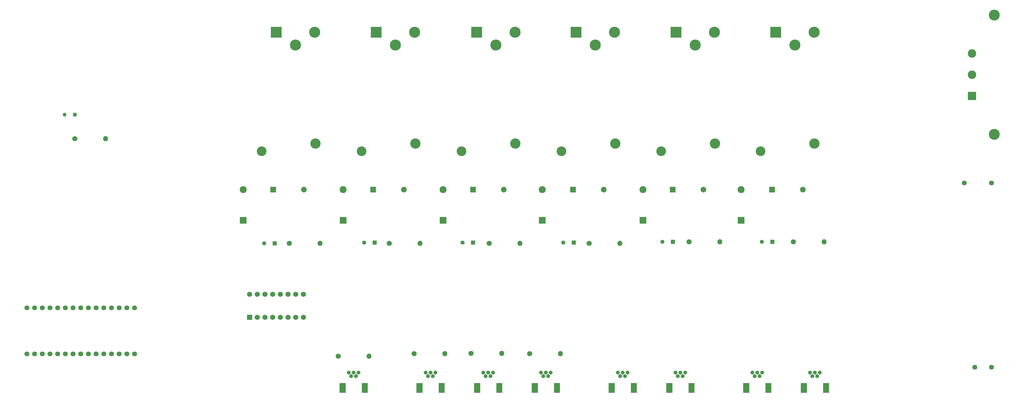
<source format=gts>
G04 #@! TF.GenerationSoftware,KiCad,Pcbnew,5.1.5-52549c5~84~ubuntu18.04.1*
G04 #@! TF.CreationDate,2020-03-01T20:40:58-05:00*
G04 #@! TF.ProjectId,cropdroid-room,63726f70-6472-46f6-9964-2d726f6f6d2e,v0.4a*
G04 #@! TF.SameCoordinates,Original*
G04 #@! TF.FileFunction,Soldermask,Top*
G04 #@! TF.FilePolarity,Negative*
%FSLAX46Y46*%
G04 Gerber Fmt 4.6, Leading zero omitted, Abs format (unit mm)*
G04 Created by KiCad (PCBNEW 5.1.5-52549c5~84~ubuntu18.04.1) date 2020-03-01 20:40:58*
%MOMM*%
%LPD*%
G04 APERTURE LIST*
%ADD10C,0.010000*%
%ADD11C,0.801600*%
%ADD12C,1.309600*%
%ADD13C,1.701600*%
%ADD14R,1.701600X1.701600*%
%ADD15O,1.701600X1.701600*%
%ADD16C,3.657600*%
%ADD17R,3.657600X3.657600*%
%ADD18O,2.301600X2.301600*%
%ADD19R,2.301600X2.301600*%
%ADD20C,3.391600*%
%ADD21C,3.191600*%
%ADD22R,1.861600X1.861600*%
%ADD23C,1.861600*%
%ADD24C,3.601600*%
%ADD25R,2.801600X2.801600*%
%ADD26C,2.801600*%
%ADD27C,1.625600*%
%ADD28C,1.631600*%
%ADD29C,1.259600*%
%ADD30R,1.259600X1.259600*%
%ADD31C,1.331600*%
%ADD32R,1.331600X1.331600*%
G04 APERTURE END LIST*
D10*
G36*
X182400000Y-174266600D02*
G01*
X182400000Y-177368800D01*
X180503830Y-177368800D01*
X180503830Y-174266600D01*
X182400000Y-174266600D01*
G37*
X182400000Y-174266600D02*
X182400000Y-177368800D01*
X180503830Y-177368800D01*
X180503830Y-174266600D01*
X182400000Y-174266600D01*
G36*
X175100000Y-174267610D02*
G01*
X175100000Y-177368800D01*
X173196480Y-177368800D01*
X173196480Y-174267610D01*
X175100000Y-174267610D01*
G37*
X175100000Y-174267610D02*
X175100000Y-177368800D01*
X173196480Y-177368800D01*
X173196480Y-174267610D01*
X175100000Y-174267610D01*
G36*
X175100000Y-174265850D02*
G01*
X175100000Y-177368800D01*
X173191240Y-177368800D01*
X173191240Y-174265850D01*
X175100000Y-174265850D01*
G37*
X175100000Y-174265850D02*
X175100000Y-177368800D01*
X173191240Y-177368800D01*
X173191240Y-174265850D01*
X175100000Y-174265850D01*
G36*
X207800000Y-174266600D02*
G01*
X207800000Y-177368800D01*
X205903830Y-177368800D01*
X205903830Y-174266600D01*
X207800000Y-174266600D01*
G37*
X207800000Y-174266600D02*
X207800000Y-177368800D01*
X205903830Y-177368800D01*
X205903830Y-174266600D01*
X207800000Y-174266600D01*
G36*
X200500000Y-174267610D02*
G01*
X200500000Y-177368800D01*
X198596480Y-177368800D01*
X198596480Y-174267610D01*
X200500000Y-174267610D01*
G37*
X200500000Y-174267610D02*
X200500000Y-177368800D01*
X198596480Y-177368800D01*
X198596480Y-174267610D01*
X200500000Y-174267610D01*
G36*
X200500000Y-174265850D02*
G01*
X200500000Y-177368800D01*
X198591240Y-177368800D01*
X198591240Y-174265850D01*
X200500000Y-174265850D01*
G37*
X200500000Y-174265850D02*
X200500000Y-177368800D01*
X198591240Y-177368800D01*
X198591240Y-174265850D01*
X200500000Y-174265850D01*
G36*
X271300000Y-174266600D02*
G01*
X271300000Y-177368800D01*
X269403830Y-177368800D01*
X269403830Y-174266600D01*
X271300000Y-174266600D01*
G37*
X271300000Y-174266600D02*
X271300000Y-177368800D01*
X269403830Y-177368800D01*
X269403830Y-174266600D01*
X271300000Y-174266600D01*
G36*
X264000000Y-174267610D02*
G01*
X264000000Y-177368800D01*
X262096480Y-177368800D01*
X262096480Y-174267610D01*
X264000000Y-174267610D01*
G37*
X264000000Y-174267610D02*
X264000000Y-177368800D01*
X262096480Y-177368800D01*
X262096480Y-174267610D01*
X264000000Y-174267610D01*
G36*
X264000000Y-174265850D02*
G01*
X264000000Y-177368800D01*
X262091240Y-177368800D01*
X262091240Y-174265850D01*
X264000000Y-174265850D01*
G37*
X264000000Y-174265850D02*
X264000000Y-177368800D01*
X262091240Y-177368800D01*
X262091240Y-174265850D01*
X264000000Y-174265850D01*
G36*
X334800000Y-174266600D02*
G01*
X334800000Y-177368800D01*
X332903830Y-177368800D01*
X332903830Y-174266600D01*
X334800000Y-174266600D01*
G37*
X334800000Y-174266600D02*
X334800000Y-177368800D01*
X332903830Y-177368800D01*
X332903830Y-174266600D01*
X334800000Y-174266600D01*
G36*
X327500000Y-174267610D02*
G01*
X327500000Y-177368800D01*
X325596480Y-177368800D01*
X325596480Y-174267610D01*
X327500000Y-174267610D01*
G37*
X327500000Y-174267610D02*
X327500000Y-177368800D01*
X325596480Y-177368800D01*
X325596480Y-174267610D01*
X327500000Y-174267610D01*
G36*
X327500000Y-174265850D02*
G01*
X327500000Y-177368800D01*
X325591240Y-177368800D01*
X325591240Y-174265850D01*
X327500000Y-174265850D01*
G37*
X327500000Y-174265850D02*
X327500000Y-177368800D01*
X325591240Y-177368800D01*
X325591240Y-174265850D01*
X327500000Y-174265850D01*
G36*
X226850000Y-174266600D02*
G01*
X226850000Y-177368800D01*
X224953830Y-177368800D01*
X224953830Y-174266600D01*
X226850000Y-174266600D01*
G37*
X226850000Y-174266600D02*
X226850000Y-177368800D01*
X224953830Y-177368800D01*
X224953830Y-174266600D01*
X226850000Y-174266600D01*
G36*
X219550000Y-174267610D02*
G01*
X219550000Y-177368800D01*
X217646480Y-177368800D01*
X217646480Y-174267610D01*
X219550000Y-174267610D01*
G37*
X219550000Y-174267610D02*
X219550000Y-177368800D01*
X217646480Y-177368800D01*
X217646480Y-174267610D01*
X219550000Y-174267610D01*
G36*
X219550000Y-174265850D02*
G01*
X219550000Y-177368800D01*
X217641240Y-177368800D01*
X217641240Y-174265850D01*
X219550000Y-174265850D01*
G37*
X219550000Y-174265850D02*
X219550000Y-177368800D01*
X217641240Y-177368800D01*
X217641240Y-174265850D01*
X219550000Y-174265850D01*
G36*
X290350000Y-174266600D02*
G01*
X290350000Y-177368800D01*
X288453830Y-177368800D01*
X288453830Y-174266600D01*
X290350000Y-174266600D01*
G37*
X290350000Y-174266600D02*
X290350000Y-177368800D01*
X288453830Y-177368800D01*
X288453830Y-174266600D01*
X290350000Y-174266600D01*
G36*
X283050000Y-174267610D02*
G01*
X283050000Y-177368800D01*
X281146480Y-177368800D01*
X281146480Y-174267610D01*
X283050000Y-174267610D01*
G37*
X283050000Y-174267610D02*
X283050000Y-177368800D01*
X281146480Y-177368800D01*
X281146480Y-174267610D01*
X283050000Y-174267610D01*
G36*
X283050000Y-174265850D02*
G01*
X283050000Y-177368800D01*
X281141240Y-177368800D01*
X281141240Y-174265850D01*
X283050000Y-174265850D01*
G37*
X283050000Y-174265850D02*
X283050000Y-177368800D01*
X281141240Y-177368800D01*
X281141240Y-174265850D01*
X283050000Y-174265850D01*
G36*
X245900000Y-174266600D02*
G01*
X245900000Y-177368800D01*
X244003830Y-177368800D01*
X244003830Y-174266600D01*
X245900000Y-174266600D01*
G37*
X245900000Y-174266600D02*
X245900000Y-177368800D01*
X244003830Y-177368800D01*
X244003830Y-174266600D01*
X245900000Y-174266600D01*
G36*
X238600000Y-174267610D02*
G01*
X238600000Y-177368800D01*
X236696480Y-177368800D01*
X236696480Y-174267610D01*
X238600000Y-174267610D01*
G37*
X238600000Y-174267610D02*
X238600000Y-177368800D01*
X236696480Y-177368800D01*
X236696480Y-174267610D01*
X238600000Y-174267610D01*
G36*
X238600000Y-174265850D02*
G01*
X238600000Y-177368800D01*
X236691240Y-177368800D01*
X236691240Y-174265850D01*
X238600000Y-174265850D01*
G37*
X238600000Y-174265850D02*
X238600000Y-177368800D01*
X236691240Y-177368800D01*
X236691240Y-174265850D01*
X238600000Y-174265850D01*
G36*
X315750000Y-174266600D02*
G01*
X315750000Y-177368800D01*
X313853830Y-177368800D01*
X313853830Y-174266600D01*
X315750000Y-174266600D01*
G37*
X315750000Y-174266600D02*
X315750000Y-177368800D01*
X313853830Y-177368800D01*
X313853830Y-174266600D01*
X315750000Y-174266600D01*
G36*
X308450000Y-174267610D02*
G01*
X308450000Y-177368800D01*
X306546480Y-177368800D01*
X306546480Y-174267610D01*
X308450000Y-174267610D01*
G37*
X308450000Y-174267610D02*
X308450000Y-177368800D01*
X306546480Y-177368800D01*
X306546480Y-174267610D01*
X308450000Y-174267610D01*
G36*
X308450000Y-174265850D02*
G01*
X308450000Y-177368800D01*
X306541240Y-177368800D01*
X306541240Y-174265850D01*
X308450000Y-174265850D01*
G37*
X308450000Y-174265850D02*
X308450000Y-177368800D01*
X306541240Y-177368800D01*
X306541240Y-174265850D01*
X308450000Y-174265850D01*
D11*
X174150000Y-175818800D03*
X181450000Y-175818800D03*
D12*
X176200000Y-170768800D03*
X178600000Y-171968800D03*
X177000000Y-171968800D03*
X179400000Y-170768800D03*
X177800000Y-170768800D03*
D11*
X199550000Y-175818800D03*
X206850000Y-175818800D03*
D12*
X201600000Y-170768800D03*
X204000000Y-171968800D03*
X202400000Y-171968800D03*
X204800000Y-170768800D03*
X203200000Y-170768800D03*
D11*
X263050000Y-175818800D03*
X270350000Y-175818800D03*
D12*
X265100000Y-170768800D03*
X267500000Y-171968800D03*
X265900000Y-171968800D03*
X268300000Y-170768800D03*
X266700000Y-170768800D03*
D11*
X326550000Y-175818800D03*
X333850000Y-175818800D03*
D12*
X328600000Y-170768800D03*
X331000000Y-171968800D03*
X329400000Y-171968800D03*
X331800000Y-170768800D03*
X330200000Y-170768800D03*
D11*
X218600000Y-175818800D03*
X225900000Y-175818800D03*
D12*
X220650000Y-170768800D03*
X223050000Y-171968800D03*
X221450000Y-171968800D03*
X223850000Y-170768800D03*
X222250000Y-170768800D03*
D11*
X282100000Y-175818800D03*
X289400000Y-175818800D03*
D12*
X284150000Y-170768800D03*
X286550000Y-171968800D03*
X284950000Y-171968800D03*
X287350000Y-170768800D03*
X285750000Y-170768800D03*
D11*
X237650000Y-175818800D03*
X244950000Y-175818800D03*
D12*
X239700000Y-170768800D03*
X242100000Y-171968800D03*
X240500000Y-171968800D03*
X242900000Y-170768800D03*
X241300000Y-170768800D03*
D11*
X307500000Y-175818800D03*
X314800000Y-175818800D03*
D12*
X309550000Y-170768800D03*
X311950000Y-171968800D03*
X310350000Y-171968800D03*
X312750000Y-170768800D03*
X311150000Y-170768800D03*
D13*
X161188400Y-144881600D03*
X161188400Y-152501600D03*
X143408400Y-144881600D03*
X145948400Y-144881600D03*
X148488400Y-144881600D03*
X151028400Y-144881600D03*
X153568400Y-144881600D03*
X156108400Y-144881600D03*
X158648400Y-144881600D03*
X158648400Y-152501600D03*
X156108400Y-152501600D03*
X153568400Y-152501600D03*
X151028400Y-152501600D03*
X148488400Y-152501600D03*
X145948400Y-152501600D03*
D14*
X143408400Y-152501600D03*
D15*
X246176800Y-164515800D03*
D13*
X236016800Y-164515800D03*
D15*
X182880000Y-165404800D03*
D13*
X172720000Y-165404800D03*
D16*
X158623000Y-62412000D03*
X164973000Y-58222000D03*
D17*
X152273000Y-58222000D03*
D18*
X174371000Y-110236000D03*
D19*
X174371000Y-120396000D03*
D20*
X297180000Y-94996000D03*
D21*
X279400000Y-97536000D03*
D22*
X283210000Y-110236000D03*
D23*
X293370000Y-110236000D03*
D16*
X191643000Y-62412000D03*
X197993000Y-58222000D03*
D17*
X185293000Y-58222000D03*
D24*
X389443000Y-91998000D03*
X389443000Y-52498000D03*
D25*
X382143000Y-79248000D03*
D26*
X382143000Y-72248000D03*
X382143000Y-65248000D03*
D27*
X383076000Y-169063800D03*
X388576000Y-169063800D03*
X379576000Y-108063800D03*
X388576000Y-108063800D03*
D16*
X290703000Y-62412000D03*
X297053000Y-58222000D03*
D17*
X284353000Y-58222000D03*
D16*
X257683000Y-62412000D03*
X264033000Y-58222000D03*
D17*
X251333000Y-58222000D03*
D16*
X224790000Y-62412000D03*
X231140000Y-58222000D03*
D17*
X218440000Y-58222000D03*
D20*
X264287000Y-94996000D03*
D21*
X246507000Y-97536000D03*
D22*
X250317000Y-110236000D03*
D23*
X260477000Y-110236000D03*
D28*
X69850000Y-164592000D03*
X72390000Y-164592000D03*
X74930000Y-164592000D03*
X77470000Y-164592000D03*
X80010000Y-164592000D03*
X82550000Y-164592000D03*
X85090000Y-164592000D03*
X87630000Y-164592000D03*
X90170000Y-164592000D03*
X92710000Y-164592000D03*
X95250000Y-164592000D03*
X97790000Y-164592000D03*
X100330000Y-164592000D03*
X102870000Y-164592000D03*
X105410000Y-164592000D03*
X105410000Y-149352000D03*
X102870000Y-149352000D03*
X100330000Y-149352000D03*
X97790000Y-149352000D03*
X95250000Y-149352000D03*
X92710000Y-149352000D03*
X90170000Y-149352000D03*
X87630000Y-149352000D03*
X85090000Y-149352000D03*
X82550000Y-149352000D03*
X80010000Y-149352000D03*
X77470000Y-149352000D03*
X74930000Y-149352000D03*
X72390000Y-149352000D03*
X69850000Y-149352000D03*
D15*
X226796600Y-164414200D03*
D13*
X216636600Y-164414200D03*
D15*
X208000600Y-164566600D03*
D13*
X197840600Y-164566600D03*
D15*
X298831000Y-127508000D03*
D13*
X288671000Y-127508000D03*
D15*
X265811000Y-128016000D03*
D13*
X255651000Y-128016000D03*
D15*
X232791000Y-128016000D03*
D13*
X222631000Y-128016000D03*
D15*
X199771000Y-128016000D03*
D13*
X189611000Y-128016000D03*
D15*
X166751000Y-128016000D03*
D13*
X156591000Y-128016000D03*
D20*
X231267000Y-94996000D03*
D21*
X213487000Y-97536000D03*
D22*
X217297000Y-110236000D03*
D23*
X227457000Y-110236000D03*
D20*
X198247000Y-94996000D03*
D21*
X180467000Y-97536000D03*
D22*
X184277000Y-110236000D03*
D23*
X194437000Y-110236000D03*
D20*
X165227000Y-94996000D03*
D21*
X147447000Y-97536000D03*
D22*
X151257000Y-110236000D03*
D23*
X161417000Y-110236000D03*
D29*
X82297800Y-85420200D03*
D30*
X85697800Y-85420200D03*
D31*
X279809000Y-127508000D03*
D32*
X283309000Y-127508000D03*
D18*
X273431000Y-110236000D03*
D19*
X273431000Y-120396000D03*
D31*
X247043000Y-127762000D03*
D32*
X250543000Y-127762000D03*
D18*
X240157000Y-110236000D03*
D19*
X240157000Y-120396000D03*
D31*
X213769000Y-127762000D03*
D32*
X217269000Y-127762000D03*
D18*
X207391000Y-110236000D03*
D19*
X207391000Y-120396000D03*
D31*
X181257000Y-127762000D03*
D32*
X184757000Y-127762000D03*
D31*
X148237000Y-128016000D03*
D32*
X151737000Y-128016000D03*
D18*
X141351000Y-110236000D03*
D19*
X141351000Y-120396000D03*
X305816000Y-120396000D03*
D18*
X305816000Y-110236000D03*
D32*
X316202000Y-127508000D03*
D31*
X312702000Y-127508000D03*
D17*
X317246000Y-58222000D03*
D16*
X329946000Y-58222000D03*
X323596000Y-62412000D03*
D23*
X326263000Y-110236000D03*
D22*
X316103000Y-110236000D03*
D21*
X312293000Y-97536000D03*
D20*
X330073000Y-94996000D03*
D13*
X323088000Y-127508000D03*
D15*
X333248000Y-127508000D03*
D13*
X85725000Y-93421200D03*
D15*
X95885000Y-93421200D03*
M02*

</source>
